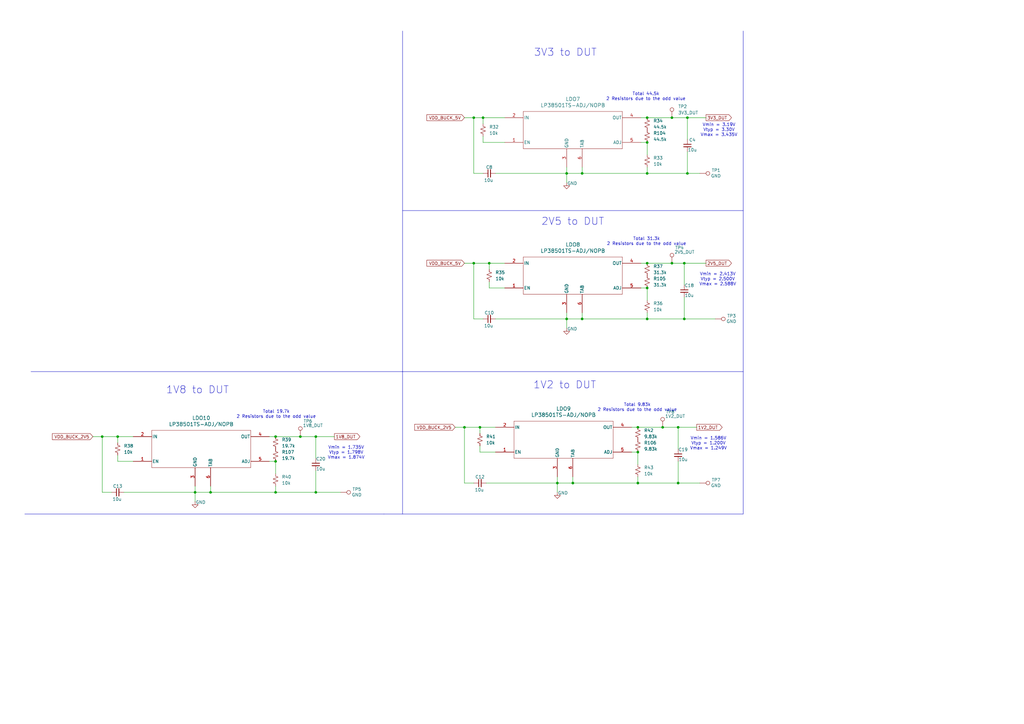
<source format=kicad_sch>
(kicad_sch (version 20231120) (generator "eeschema") (generator_version "8.0")
  (paper "A3")
  (lib_symbols
    (symbol "Connector:TestPoint" (pin_numbers hide) (pin_names (offset 0.762) hide)
      (property "Reference" "TP" (at 0 6.858 0))
      (property "Value" "TestPoint" (at 0 5.08 0))
      (symbol "TestPoint_0_1"
        (circle (center 0 3.302) (radius 0.762))
      )
      (symbol "TestPoint_1_1"
        (pin passive line (at 0 0 90) (length 2.54) (name "1") (number "1"))
      )
    )
    (symbol "Device:C_Small" (pin_numbers hide) (pin_names (offset 0.254) hide)
      (property "Reference" "C" (at 0.254 1.778 0))
      (property "Value" "C_Small" (at 0.254 -2.032 0))
      (symbol "C_Small_0_1"
        (polyline (pts (xy -1.524 -0.508) (xy 1.524 -0.508)) (stroke (width 0.3302)))
        (polyline (pts (xy -1.524 0.508) (xy 1.524 0.508)) (stroke (width 0.3048)))
      )
      (symbol "C_Small_1_1"
        (pin passive line (at 0 2.54 270) (length 2.032) (name "~") (number "1"))
        (pin passive line (at 0 -2.54 90) (length 2.032) (name "~") (number "2"))
      )
    )
    (symbol "Device:R_Small_US" (pin_numbers hide) (pin_names (offset 0.254) hide)
      (property "Reference" "R" (at 0.762 0.508 0))
      (property "Value" "R_Small_US" (at 0.762 -1.016 0))
      (symbol "R_Small_US_1_1"
        (polyline (pts (xy 0 0) (xy 1.016 -0.381) (xy 0 -0.762) (xy -1.016 -1.143) (xy 0 -1.524)))
        (polyline (pts (xy 0 1.524) (xy 1.016 1.143) (xy 0 0.762) (xy -1.016 0.381) (xy 0 0)))
        (pin passive line (at 0 2.54 270) (length 1.016) (name "~") (number "1"))
        (pin passive line (at 0 -2.54 90) (length 1.016) (name "~") (number "2"))
      )
    )
    (symbol "PSEC5_ctrlbd:LP38501TS-ADJ_NOPB" (pin_names (offset 0.254))
      (property "Value" "LP38501TS-ADJ/NOPB" (at 27.94 7.62 0))
      (symbol "LP38501TS-ADJ_NOPB_0_1"
        (polyline (pts (xy 7.62 -10.16) (xy 48.26 -10.16)) (stroke (width 0.127)))
        (polyline (pts (xy 7.62 5.08) (xy 7.62 -10.16)) (stroke (width 0.127)))
        (polyline (pts (xy 48.26 -10.16) (xy 48.26 5.08)) (stroke (width 0.127)))
        (polyline (pts (xy 48.26 5.08) (xy 7.62 5.08)) (stroke (width 0.127)))
        (pin input line (at 0 -7.62 0) (length 7.62) (name "EN") (number "1"))
        (pin power_in line (at 0 2.54 0) (length 7.62) (name "IN") (number "2"))
        (pin power_in line (at 25.4 -17.78 90) (length 7.62) (name "GND") (number "3"))
        (pin input line (at 55.88 -7.62 180) (length 7.62) (name "ADJ") (number "5"))
        (pin power_in line (at 31.75 -17.78 90) (length 7.62) (name "TAB") (number "6"))
      )
      (symbol "LP38501TS-ADJ_NOPB_1_1"
        (pin power_out line (at 55.88 2.54 180) (length 7.62) (name "OUT") (number "4"))
      )
    )
    (symbol "power:GND" (power) (pin_numbers hide) (pin_names (offset 0) hide)
      (property "Value" "GND" (at 0 -3.81 0))
      (symbol "GND_0_1"
        (polyline (pts (xy 0 0) (xy 0 -1.27) (xy 1.27 -1.27) (xy 0 -2.54) (xy -1.27 -1.27) (xy 0 -1.27)))
      )
      (symbol "GND_1_1"
        (pin power_in line (at 0 0 270) (length 0) (name "~") (number "1"))
      )
    )
  )
  (junction (at 278.13 175.26))
  (junction (at 280.67 130.81))
  (junction (at 265.43 48.26))
  (junction (at 86.36 201.93))
  (junction (at 261.62 175.26))
  (junction (at 41.91 179.07))
  (junction (at 194.31 48.26))
  (junction (at 232.41 71.12))
  (junction (at 113.03 189.23))
  (junction (at 234.95 198.12))
  (junction (at 200.66 107.95))
  (junction (at 275.59 107.95))
  (junction (at 261.62 185.42))
  (junction (at 238.76 71.12))
  (junction (at 129.54 201.93))
  (junction (at 265.43 130.81))
  (junction (at 280.67 107.95))
  (junction (at 129.54 179.07))
  (junction (at 281.94 71.12))
  (junction (at 123.19 179.07))
  (junction (at 265.43 107.95))
  (junction (at 194.31 107.95))
  (junction (at 198.12 48.26))
  (junction (at 261.62 198.12))
  (junction (at 80.01 201.93))
  (junction (at 275.59 48.26))
  (junction (at 113.03 179.07))
  (junction (at 228.6 198.12))
  (junction (at 265.43 58.42))
  (junction (at 265.43 71.12))
  (junction (at 281.94 48.26))
  (junction (at 232.41 130.81))
  (junction (at 196.85 175.26))
  (junction (at 190.5 175.26))
  (junction (at 271.78 175.26))
  (junction (at 238.76 130.81))
  (junction (at 278.13 198.12))
  (junction (at 265.43 118.11))
  (junction (at 113.03 201.93))
  (junction (at 48.26 179.07))
  (wire (pts (xy 234.95 198.12) (xy 228.6 198.12)))
  (wire (pts (xy 198.12 58.42) (xy 207.01 58.42)))
  (wire (pts (xy 48.26 189.23) (xy 54.61 189.23)))
  (wire (pts (xy 278.13 175.26) (xy 285.75 175.26)))
  (wire (pts (xy 238.76 130.81) (xy 265.43 130.81)))
  (wire (pts (xy 198.12 48.26) (xy 198.12 50.8)))
  (wire (pts (xy 228.6 195.58) (xy 228.6 198.12)))
  (wire (pts (xy 196.85 175.26) (xy 196.85 177.8)))
  (wire (pts (xy 238.76 71.12) (xy 232.41 71.12)))
  (wire (pts (xy 278.13 198.12) (xy 287.02 198.12)))
  (wire (pts (xy 265.43 68.58) (xy 265.43 71.12)))
  (wire (pts (xy 262.89 58.42) (xy 265.43 58.42)))
  (polyline (pts (xy 165.1 152.4) (xy 165.1 210.82)))
  (wire (pts (xy 265.43 48.26) (xy 275.59 48.26)))
  (wire (pts (xy 198.12 48.26) (xy 207.01 48.26)))
  (wire (pts (xy 190.5 107.95) (xy 194.31 107.95)))
  (polyline (pts (xy 165.1 12.7) (xy 165.1 152.4)))
  (wire (pts (xy 194.31 48.26) (xy 194.31 71.12)))
  (wire (pts (xy 228.6 198.12) (xy 228.6 201.93)))
  (wire (pts (xy 86.36 199.39) (xy 86.36 201.93)))
  (wire (pts (xy 278.13 175.26) (xy 278.13 184.15)))
  (wire (pts (xy 200.66 118.11) (xy 207.01 118.11)))
  (wire (pts (xy 271.78 175.26) (xy 278.13 175.26)))
  (wire (pts (xy 265.43 118.11) (xy 262.89 118.11)))
  (wire (pts (xy 200.66 115.57) (xy 200.66 118.11)))
  (wire (pts (xy 280.67 107.95) (xy 280.67 116.84)))
  (wire (pts (xy 261.62 175.26) (xy 271.78 175.26)))
  (polyline (pts (xy 10.16 210.82) (xy 157.48 210.82)))
  (wire (pts (xy 38.1 179.07) (xy 41.91 179.07)))
  (wire (pts (xy 113.03 179.07) (xy 123.19 179.07)))
  (wire (pts (xy 261.62 195.58) (xy 261.62 198.12)))
  (wire (pts (xy 129.54 179.07) (xy 129.54 187.96)))
  (wire (pts (xy 186.69 175.26) (xy 190.5 175.26)))
  (wire (pts (xy 41.91 179.07) (xy 48.26 179.07)))
  (wire (pts (xy 198.12 55.88) (xy 198.12 58.42)))
  (wire (pts (xy 261.62 185.42) (xy 259.08 185.42)))
  (wire (pts (xy 123.19 179.07) (xy 129.54 179.07)))
  (wire (pts (xy 265.43 130.81) (xy 280.67 130.81)))
  (wire (pts (xy 48.26 186.69) (xy 48.26 189.23)))
  (polyline (pts (xy 304.8 152.4) (xy 304.8 210.82)))
  (wire (pts (xy 113.03 199.39) (xy 113.03 201.93)))
  (wire (pts (xy 200.66 107.95) (xy 200.66 110.49)))
  (polyline (pts (xy 304.8 86.36) (xy 304.8 152.4)))
  (polyline (pts (xy 12.7 152.4) (xy 165.1 152.4)))
  (wire (pts (xy 261.62 198.12) (xy 278.13 198.12)))
  (wire (pts (xy 259.08 175.26) (xy 261.62 175.26)))
  (polyline (pts (xy 304.8 12.7) (xy 304.8 86.36)))
  (wire (pts (xy 194.31 107.95) (xy 200.66 107.95)))
  (wire (pts (xy 261.62 190.5) (xy 261.62 185.42)))
  (wire (pts (xy 265.43 128.27) (xy 265.43 130.81)))
  (wire (pts (xy 203.2 130.81) (xy 232.41 130.81)))
  (wire (pts (xy 196.85 182.88) (xy 196.85 185.42)))
  (wire (pts (xy 280.67 121.92) (xy 280.67 130.81)))
  (wire (pts (xy 238.76 130.81) (xy 232.41 130.81)))
  (wire (pts (xy 199.39 198.12) (xy 228.6 198.12)))
  (wire (pts (xy 278.13 189.23) (xy 278.13 198.12)))
  (wire (pts (xy 41.91 179.07) (xy 41.91 201.93)))
  (wire (pts (xy 80.01 201.93) (xy 80.01 205.74)))
  (wire (pts (xy 190.5 198.12) (xy 194.31 198.12)))
  (polyline (pts (xy 304.8 152.4) (xy 165.1 152.4)))
  (wire (pts (xy 281.94 48.26) (xy 281.94 57.15)))
  (wire (pts (xy 280.67 130.81) (xy 293.37 130.81)))
  (wire (pts (xy 203.2 71.12) (xy 232.41 71.12)))
  (wire (pts (xy 196.85 175.26) (xy 203.2 175.26)))
  (wire (pts (xy 262.89 107.95) (xy 265.43 107.95)))
  (wire (pts (xy 110.49 179.07) (xy 113.03 179.07)))
  (wire (pts (xy 265.43 58.42) (xy 265.43 63.5)))
  (wire (pts (xy 281.94 71.12) (xy 287.02 71.12)))
  (wire (pts (xy 275.59 107.95) (xy 280.67 107.95)))
  (wire (pts (xy 238.76 128.27) (xy 238.76 130.81)))
  (wire (pts (xy 86.36 201.93) (xy 80.01 201.93)))
  (wire (pts (xy 238.76 71.12) (xy 265.43 71.12)))
  (wire (pts (xy 113.03 189.23) (xy 110.49 189.23)))
  (wire (pts (xy 194.31 48.26) (xy 198.12 48.26)))
  (wire (pts (xy 41.91 201.93) (xy 45.72 201.93)))
  (wire (pts (xy 265.43 71.12) (xy 281.94 71.12)))
  (wire (pts (xy 280.67 107.95) (xy 289.56 107.95)))
  (wire (pts (xy 190.5 48.26) (xy 194.31 48.26)))
  (wire (pts (xy 232.41 128.27) (xy 232.41 130.81)))
  (wire (pts (xy 234.95 195.58) (xy 234.95 198.12)))
  (wire (pts (xy 200.66 107.95) (xy 207.01 107.95)))
  (wire (pts (xy 232.41 68.58) (xy 232.41 71.12)))
  (wire (pts (xy 113.03 194.31) (xy 113.03 189.23)))
  (wire (pts (xy 48.26 179.07) (xy 48.26 181.61)))
  (wire (pts (xy 281.94 62.23) (xy 281.94 71.12)))
  (wire (pts (xy 129.54 193.04) (xy 129.54 201.93)))
  (wire (pts (xy 80.01 199.39) (xy 80.01 201.93)))
  (wire (pts (xy 262.89 48.26) (xy 265.43 48.26)))
  (wire (pts (xy 194.31 107.95) (xy 194.31 130.81)))
  (polyline (pts (xy 165.1 86.36) (xy 304.8 86.36)))
  (polyline (pts (xy 304.8 210.82) (xy 157.48 210.82)))
  (wire (pts (xy 265.43 107.95) (xy 275.59 107.95)))
  (wire (pts (xy 129.54 201.93) (xy 139.7 201.93)))
  (wire (pts (xy 281.94 48.26) (xy 289.56 48.26)))
  (wire (pts (xy 194.31 130.81) (xy 198.12 130.81)))
  (wire (pts (xy 48.26 179.07) (xy 54.61 179.07)))
  (wire (pts (xy 196.85 185.42) (xy 203.2 185.42)))
  (wire (pts (xy 194.31 71.12) (xy 198.12 71.12)))
  (wire (pts (xy 113.03 201.93) (xy 129.54 201.93)))
  (wire (pts (xy 265.43 123.19) (xy 265.43 118.11)))
  (wire (pts (xy 86.36 201.93) (xy 113.03 201.93)))
  (wire (pts (xy 238.76 68.58) (xy 238.76 71.12)))
  (wire (pts (xy 190.5 175.26) (xy 196.85 175.26)))
  (wire (pts (xy 50.8 201.93) (xy 80.01 201.93)))
  (wire (pts (xy 232.41 130.81) (xy 232.41 134.62)))
  (wire (pts (xy 129.54 179.07) (xy 137.16 179.07)))
  (wire (pts (xy 232.41 71.12) (xy 232.41 74.93)))
  (wire (pts (xy 275.59 48.26) (xy 281.94 48.26)))
  (wire (pts (xy 234.95 198.12) (xy 261.62 198.12)))
  (wire (pts (xy 190.5 175.26) (xy 190.5 198.12)))
  (text "Total 19.7k\n2 Resistors due to the odd value\n" (at 113.284 169.926 0) (effects (font (size 1.27 1.27))))
  (text "Vmin = 1.735V\nVtyp = 1.798V\nVmax = 1.874V" (at 141.986 185.674 0) (effects (font (size 1.27 1.27))))
  (text "3V3 to DUT" (at 231.902 21.59 0) (effects (font (size 3 3))))
  (text "Total 9.83k\n2 Resistors due to the odd value\n" (at 261.366 167.132 0) (effects (font (size 1.27 1.27))))
  (text "Total 31.3k\n2 Resistors due to the odd value\n" (at 265.176 99.06 0) (effects (font (size 1.27 1.27))))
  (text "2V5 to DUT" (at 234.95 90.932 0) (effects (font (size 3 3))))
  (text "Vmin = 3.19V\nVtyp = 3.30V\nVmax = 3.435V" (at 294.894 53.34 0) (effects (font (size 1.27 1.27))))
  (text "1V2 to DUT" (at 231.648 157.988 0) (effects (font (size 3 3))))
  (text "Vmin = 2.413V\nVtyp = 2.500V\nVmax = 2.588V" (at 294.386 114.554 0) (effects (font (size 1.27 1.27))))
  (text "Vmin = 1.586V\nVtyp = 1.200V\nVmax = 1.249V" (at 290.576 181.864 0) (effects (font (size 1.27 1.27))))
  (text "1V8 to DUT\n" (at 81.026 160.02 0) (effects (font (size 3 3))))
  (text "Total 44.5k\n2 Resistors due to the odd value\n" (at 264.922 39.624 0) (effects (font (size 1.27 1.27))))
  (global_label "3V3_DUT" (shape output) (at 289.56 48.26 0) (property "Intersheetrefs" "${INTERSHEET_REFS}" (effects (hide yes))))
  (global_label "VDD_BUCK_5V" (shape input) (at 190.5 48.26 180) (property "Intersheetrefs" "${INTERSHEET_REFS}" (effects (hide yes))))
  (global_label "1V8_DUT" (shape output) (at 137.16 179.07 0) (property "Intersheetrefs" "${INTERSHEET_REFS}" (effects (hide yes))))
  (global_label "VDD_BUCK_2V5" (shape input) (at 38.1 179.07 180) (property "Intersheetrefs" "${INTERSHEET_REFS}" (effects (hide yes))))
  (global_label "VDD_BUCK_5V" (shape input) (at 190.5 107.95 180) (property "Intersheetrefs" "${INTERSHEET_REFS}" (effects (hide yes))))
  (global_label "1V2_DUT" (shape output) (at 285.75 175.26 0) (property "Intersheetrefs" "${INTERSHEET_REFS}" (effects (hide yes))))
  (global_label "2V5_DUT" (shape output) (at 289.56 107.95 0) (property "Intersheetrefs" "${INTERSHEET_REFS}" (effects (hide yes))))
  (global_label "VDD_BUCK_2V5" (shape input) (at 186.69 175.26 180) (property "Intersheetrefs" "${INTERSHEET_REFS}" (effects (hide yes))))
  (symbol (lib_id "PSEC5_ctrlbd:LP38501TS-ADJ_NOPB") (at 203.2 177.8 0) (unit 1)
    (property "Reference" "LDO9" (at 231.14 167.64 0) (effects (font (size 1.524 1.524))))
    (property "Value" "LP38501TS-ADJ/NOPB" (at 231.14 170.18 0) (effects (font (size 1.524 1.524))))
    (property "Footprint" "ul_LP38501TS-ADJ-NOPB:TS5B" (effects (hide yes)))
    (property "Datasheet" "LP38501TS-ADJ/NOPB" (effects (hide yes)))
  )
  (symbol (lib_id "PSEC5_ctrlbd:LP38501TS-ADJ_NOPB") (at 207.01 50.8 0) (unit 1)
    (property "Reference" "LDO7" (at 234.95 40.64 0) (effects (font (size 1.524 1.524))))
    (property "Value" "LP38501TS-ADJ/NOPB" (at 234.95 43.18 0) (effects (font (size 1.524 1.524))))
    (property "Footprint" "ul_LP38501TS-ADJ-NOPB:TS5B" (effects (hide yes)))
    (property "Datasheet" "LP38501TS-ADJ/NOPB" (effects (hide yes)))
  )
  (symbol (lib_id "Device:C_Small") (at 129.54 190.5 0) (unit 1)
    (property "Reference" "C20" (at 131.572 188.214 0))
    (property "Value" "10u" (at 131.572 192.278 0))
    (property "Footprint" "Capacitor_SMD:C_0603_1608Metric" (effects (hide yes)))
    (property "Description" "Unpolarized capacitor, small symbol" (effects (hide yes)))
  )
  (symbol (lib_id "Device:C_Small") (at 48.26 201.93 90) (unit 1)
    (property "Reference" "C13" (at 48.26 199.39 90))
    (property "Value" "10u" (at 48.006 204.724 90))
    (property "Footprint" "Capacitor_SMD:C_0603_1608Metric" (effects (hide yes)))
    (property "Description" "Unpolarized capacitor, small symbol" (effects (hide yes)))
  )
  (symbol (lib_id "Device:R_Small_US") (at 196.85 180.34 0) (unit 1)
    (property "Reference" "R41" (at 199.39 179.0699 0) (effects (justify left)))
    (property "Value" "10k" (at 199.39 181.6099 0) (effects (justify left)))
    (property "Footprint" "Resistor_SMD:R_0603_1608Metric" (effects (hide yes)))
    (property "Description" "Resistor, small US symbol" (effects (hide yes)))
  )
  (symbol (lib_id "Connector:TestPoint") (at 275.59 107.95 0) (unit 1)
    (property "Reference" "TP4" (at 276.86 101.6 0) (effects (justify left)))
    (property "Value" "2V5_DUT" (at 276.606 103.378 0) (effects (justify left)))
    (property "Footprint" "TestPoint:TestPoint_Bridge_Pitch2.0mm_Drill0.7mm" (effects (hide yes)))
    (property "Description" "test point" (effects (hide yes)))
  )
  (symbol (lib_id "Device:R_Small_US") (at 265.43 125.73 0) (unit 1)
    (property "Reference" "R36" (at 267.97 124.4599 0) (effects (justify left)))
    (property "Value" "10k" (at 267.97 126.9999 0) (effects (justify left)))
    (property "Footprint" "Resistor_SMD:R_0603_1608Metric" (effects (hide yes)))
    (property "Description" "Resistor, small US symbol" (effects (hide yes)))
  )
  (symbol (lib_id "Device:R_Small_US") (at 261.62 193.04 0) (unit 1)
    (property "Reference" "R43" (at 264.16 191.7699 0) (effects (justify left)))
    (property "Value" "10k" (at 264.16 194.3099 0) (effects (justify left)))
    (property "Footprint" "Resistor_SMD:R_0603_1608Metric" (effects (hide yes)))
    (property "Description" "Resistor, small US symbol" (effects (hide yes)))
  )
  (symbol (lib_id "Device:R_Small_US") (at 265.43 55.88 0) (unit 1)
    (property "Reference" "R104" (at 267.97 54.6099 0) (effects (justify left)))
    (property "Value" "44.5k" (at 267.97 57.1499 0) (effects (justify left)))
    (property "Footprint" "Resistor_SMD:R_0603_1608Metric" (effects (hide yes)))
    (property "Description" "Resistor, small US symbol" (effects (hide yes)))
  )
  (symbol (lib_id "Device:C_Small") (at 280.67 119.38 0) (unit 1)
    (property "Reference" "C18" (at 282.702 117.094 0))
    (property "Value" "10u" (at 282.702 121.158 0))
    (property "Footprint" "Capacitor_SMD:C_0603_1608Metric" (effects (hide yes)))
    (property "Description" "Unpolarized capacitor, small symbol" (effects (hide yes)))
  )
  (symbol (lib_id "Device:C_Small") (at 196.85 198.12 90) (unit 1)
    (property "Reference" "C12" (at 196.85 195.58 90))
    (property "Value" "10u" (at 196.596 200.914 90))
    (property "Footprint" "Capacitor_SMD:C_0603_1608Metric" (effects (hide yes)))
    (property "Description" "Unpolarized capacitor, small symbol" (effects (hide yes)))
  )
  (symbol (lib_id "Device:R_Small_US") (at 261.62 177.8 0) (unit 1)
    (property "Reference" "R42" (at 264.16 176.5299 0) (effects (justify left)))
    (property "Value" "9.83k" (at 264.16 179.0699 0) (effects (justify left)))
    (property "Footprint" "Resistor_SMD:R_0603_1608Metric" (effects (hide yes)))
    (property "Description" "Resistor, small US symbol" (effects (hide yes)))
  )
  (symbol (lib_id "power:GND") (at 228.6 201.93 0) (unit 1)
    (property "Reference" "#PWR012" (effects (hide yes)))
    (property "Value" "GND" (at 230.886 202.184 0))
    (property "Description" "Power symbol creates a global label with name \"GND\" , ground" (effects (hide yes)))
  )
  (symbol (lib_id "Connector:TestPoint") (at 139.7 201.93 270) (unit 1)
    (property "Reference" "TP5" (at 144.526 200.66 90) (effects (justify left)))
    (property "Value" "GND" (at 144.272 202.946 90) (effects (justify left)))
    (property "Footprint" "TestPoint:TestPoint_Bridge_Pitch2.0mm_Drill0.7mm" (effects (hide yes)))
    (property "Description" "test point" (effects (hide yes)))
  )
  (symbol (lib_id "Device:R_Small_US") (at 113.03 186.69 0) (unit 1)
    (property "Reference" "R107" (at 115.57 185.4199 0) (effects (justify left)))
    (property "Value" "19.7k" (at 115.57 187.9599 0) (effects (justify left)))
    (property "Footprint" "Resistor_SMD:R_0603_1608Metric" (effects (hide yes)))
    (property "Description" "Resistor, small US symbol" (effects (hide yes)))
  )
  (symbol (lib_id "Device:R_Small_US") (at 265.43 66.04 0) (unit 1)
    (property "Reference" "R33" (at 267.97 64.7699 0) (effects (justify left)))
    (property "Value" "10k" (at 267.97 67.3099 0) (effects (justify left)))
    (property "Footprint" "Resistor_SMD:R_0603_1608Metric" (effects (hide yes)))
    (property "Description" "Resistor, small US symbol" (effects (hide yes)))
  )
  (symbol (lib_id "Device:R_Small_US") (at 261.62 182.88 0) (unit 1)
    (property "Reference" "R106" (at 264.16 181.6099 0) (effects (justify left)))
    (property "Value" "9.83k" (at 264.16 184.1499 0) (effects (justify left)))
    (property "Footprint" "Resistor_SMD:R_0603_1608Metric" (effects (hide yes)))
    (property "Description" "Resistor, small US symbol" (effects (hide yes)))
  )
  (symbol (lib_id "Device:C_Small") (at 200.66 71.12 90) (unit 1)
    (property "Reference" "C8" (at 200.66 68.58 90))
    (property "Value" "10u" (at 200.406 73.914 90))
    (property "Footprint" "Capacitor_SMD:C_0603_1608Metric" (effects (hide yes)))
    (property "Description" "Unpolarized capacitor, small symbol" (effects (hide yes)))
  )
  (symbol (lib_id "power:GND") (at 80.01 205.74 0) (unit 1)
    (property "Reference" "#PWR011" (effects (hide yes)))
    (property "Value" "GND" (at 82.296 205.994 0))
    (property "Description" "Power symbol creates a global label with name \"GND\" , ground" (effects (hide yes)))
  )
  (symbol (lib_id "PSEC5_ctrlbd:LP38501TS-ADJ_NOPB") (at 54.61 181.61 0) (unit 1)
    (property "Reference" "LDO10" (at 82.55 171.45 0) (effects (font (size 1.524 1.524))))
    (property "Value" "LP38501TS-ADJ/NOPB" (at 82.55 173.99 0) (effects (font (size 1.524 1.524))))
    (property "Footprint" "ul_LP38501TS-ADJ-NOPB:TS5B" (effects (hide yes)))
    (property "Datasheet" "LP38501TS-ADJ/NOPB" (effects (hide yes)))
  )
  (symbol (lib_id "Device:R_Small_US") (at 265.43 50.8 0) (unit 1)
    (property "Reference" "R34" (at 267.97 49.5299 0) (effects (justify left)))
    (property "Value" "44.5k" (at 267.97 52.0699 0) (effects (justify left)))
    (property "Footprint" "Resistor_SMD:R_0603_1608Metric" (effects (hide yes)))
    (property "Description" "Resistor, small US symbol" (effects (hide yes)))
  )
  (symbol (lib_id "Connector:TestPoint") (at 275.59 48.26 0) (unit 1)
    (property "Reference" "TP2" (at 278.13 43.6879 0) (effects (justify left)))
    (property "Value" "3V3_DUT" (at 278.13 46.2279 0) (effects (justify left)))
    (property "Footprint" "TestPoint:TestPoint_Bridge_Pitch2.0mm_Drill0.7mm" (effects (hide yes)))
    (property "Description" "test point" (effects (hide yes)))
  )
  (symbol (lib_id "Connector:TestPoint") (at 123.19 179.07 0) (unit 1)
    (property "Reference" "TP6" (at 124.46 172.72 0) (effects (justify left)))
    (property "Value" "1V8_DUT" (at 124.206 174.498 0) (effects (justify left)))
    (property "Footprint" "TestPoint:TestPoint_Bridge_Pitch2.0mm_Drill0.7mm" (effects (hide yes)))
    (property "Description" "test point" (effects (hide yes)))
  )
  (symbol (lib_id "Connector:TestPoint") (at 287.02 198.12 270) (unit 1)
    (property "Reference" "TP7" (at 291.846 196.85 90) (effects (justify left)))
    (property "Value" "GND" (at 291.592 199.136 90) (effects (justify left)))
    (property "Footprint" "TestPoint:TestPoint_Bridge_Pitch2.0mm_Drill0.7mm" (effects (hide yes)))
    (property "Description" "test point" (effects (hide yes)))
  )
  (symbol (lib_id "Device:C_Small") (at 278.13 186.69 0) (unit 1)
    (property "Reference" "C19" (at 280.162 184.404 0))
    (property "Value" "10u" (at 280.162 188.468 0))
    (property "Footprint" "Capacitor_SMD:C_0603_1608Metric" (effects (hide yes)))
    (property "Description" "Unpolarized capacitor, small symbol" (effects (hide yes)))
  )
  (symbol (lib_id "Device:R_Small_US") (at 113.03 181.61 0) (unit 1)
    (property "Reference" "R39" (at 115.57 180.3399 0) (effects (justify left)))
    (property "Value" "19.7k" (at 115.57 182.8799 0) (effects (justify left)))
    (property "Footprint" "Resistor_SMD:R_0603_1608Metric" (effects (hide yes)))
    (property "Description" "Resistor, small US symbol" (effects (hide yes)))
  )
  (symbol (lib_id "power:GND") (at 232.41 74.93 0) (unit 1)
    (property "Reference" "#PWR010" (effects (hide yes)))
    (property "Value" "GND" (at 234.696 75.184 0))
    (property "Description" "Power symbol creates a global label with name \"GND\" , ground" (effects (hide yes)))
  )
  (symbol (lib_id "Device:R_Small_US") (at 48.26 184.15 0) (unit 1)
    (property "Reference" "R38" (at 50.8 182.8799 0) (effects (justify left)))
    (property "Value" "10k" (at 50.8 185.4199 0) (effects (justify left)))
    (property "Footprint" "Resistor_SMD:R_0603_1608Metric" (effects (hide yes)))
    (property "Description" "Resistor, small US symbol" (effects (hide yes)))
  )
  (symbol (lib_id "Device:R_Small_US") (at 200.66 113.03 0) (unit 1)
    (property "Reference" "R35" (at 203.2 111.7599 0) (effects (justify left)))
    (property "Value" "10k" (at 203.2 114.2999 0) (effects (justify left)))
    (property "Footprint" "Resistor_SMD:R_0603_1608Metric" (effects (hide yes)))
    (property "Description" "Resistor, small US symbol" (effects (hide yes)))
  )
  (symbol (lib_id "PSEC5_ctrlbd:LP38501TS-ADJ_NOPB") (at 207.01 110.49 0) (unit 1)
    (property "Reference" "LDO8" (at 234.95 100.33 0) (effects (font (size 1.524 1.524))))
    (property "Value" "LP38501TS-ADJ/NOPB" (at 234.95 102.87 0) (effects (font (size 1.524 1.524))))
    (property "Footprint" "ul_LP38501TS-ADJ-NOPB:TS5B" (effects (hide yes)))
    (property "Datasheet" "LP38501TS-ADJ/NOPB" (effects (hide yes)))
  )
  (symbol (lib_id "Device:R_Small_US") (at 265.43 110.49 0) (unit 1)
    (property "Reference" "R37" (at 267.97 109.2199 0) (effects (justify left)))
    (property "Value" "31.3k" (at 267.97 111.7599 0) (effects (justify left)))
    (property "Footprint" "Resistor_SMD:R_0603_1608Metric" (effects (hide yes)))
    (property "Description" "Resistor, small US symbol" (effects (hide yes)))
  )
  (symbol (lib_id "Device:R_Small_US") (at 265.43 115.57 0) (unit 1)
    (property "Reference" "R105" (at 267.97 114.2999 0) (effects (justify left)))
    (property "Value" "31.3k" (at 267.97 116.8399 0) (effects (justify left)))
    (property "Footprint" "Resistor_SMD:R_0603_1608Metric" (effects (hide yes)))
    (property "Description" "Resistor, small US symbol" (effects (hide yes)))
  )
  (symbol (lib_id "Connector:TestPoint") (at 271.78 175.26 0) (unit 1)
    (property "Reference" "TP8" (at 273.05 168.91 0) (effects (justify left)))
    (property "Value" "1V2_DUT" (at 272.796 170.688 0) (effects (justify left)))
    (property "Footprint" "TestPoint:TestPoint_Bridge_Pitch2.0mm_Drill0.7mm" (effects (hide yes)))
    (property "Description" "test point" (effects (hide yes)))
  )
  (symbol (lib_id "Device:C_Small") (at 200.66 130.81 90) (unit 1)
    (property "Reference" "C10" (at 200.66 128.27 90))
    (property "Value" "10u" (at 200.406 133.604 90))
    (property "Footprint" "Capacitor_SMD:C_0603_1608Metric" (effects (hide yes)))
    (property "Description" "Unpolarized capacitor, small symbol" (effects (hide yes)))
  )
  (symbol (lib_id "power:GND") (at 232.41 134.62 0) (unit 1)
    (property "Reference" "#PWR08" (effects (hide yes)))
    (property "Value" "GND" (at 234.696 134.874 0))
    (property "Description" "Power symbol creates a global label with name \"GND\" , ground" (effects (hide yes)))
  )
  (symbol (lib_id "Connector:TestPoint") (at 293.37 130.81 270) (unit 1)
    (property "Reference" "TP3" (at 298.196 129.54 90) (effects (justify left)))
    (property "Value" "GND" (at 297.942 131.826 90) (effects (justify left)))
    (property "Footprint" "TestPoint:TestPoint_Bridge_Pitch2.0mm_Drill0.7mm" (effects (hide yes)))
    (property "Description" "test point" (effects (hide yes)))
  )
  (symbol (lib_id "Connector:TestPoint") (at 287.02 71.12 270) (unit 1)
    (property "Reference" "TP1" (at 291.846 69.85 90) (effects (justify left)))
    (property "Value" "GND" (at 291.592 72.136 90) (effects (justify left)))
    (property "Footprint" "TestPoint:TestPoint_Bridge_Pitch2.0mm_Drill0.7mm" (effects (hide yes)))
    (property "Description" "test point" (effects (hide yes)))
  )
  (symbol (lib_id "Device:C_Small") (at 281.94 59.69 0) (unit 1)
    (property "Reference" "C4" (at 283.972 57.404 0))
    (property "Value" "10u" (at 283.972 61.468 0))
    (property "Footprint" "Capacitor_SMD:C_0603_1608Metric" (effects (hide yes)))
    (property "Description" "Unpolarized capacitor, small symbol" (effects (hide yes)))
  )
  (symbol (lib_id "Device:R_Small_US") (at 113.03 196.85 0) (unit 1)
    (property "Reference" "R40" (at 115.57 195.5799 0) (effects (justify left)))
    (property "Value" "10k" (at 115.57 198.1199 0) (effects (justify left)))
    (property "Footprint" "Resistor_SMD:R_0603_1608Metric" (effects (hide yes)))
    (property "Description" "Resistor, small US symbol" (effects (hide yes)))
  )
  (symbol (lib_id "Device:R_Small_US") (at 198.12 53.34 0) (unit 1)
    (property "Reference" "R32" (at 200.66 52.0699 0) (effects (justify left)))
    (property "Value" "10k" (at 200.66 54.6099 0) (effects (justify left)))
    (property "Footprint" "Resistor_SMD:R_0603_1608Metric" (effects (hide yes)))
    (property "Description" "Resistor, small US symbol" (effects (hide yes)))
  )
)
</source>
